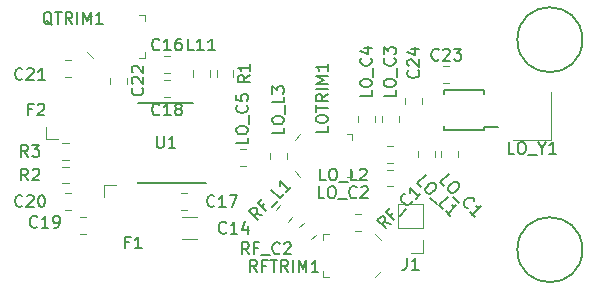
<source format=gbr>
G04 #@! TF.GenerationSoftware,KiCad,Pcbnew,(5.0.2-5)-5*
G04 #@! TF.CreationDate,2019-11-21T15:56:31-05:00*
G04 #@! TF.ProjectId,NEMA0183,4e454d41-3031-4383-932e-6b696361645f,rev?*
G04 #@! TF.SameCoordinates,Original*
G04 #@! TF.FileFunction,Legend,Top*
G04 #@! TF.FilePolarity,Positive*
%FSLAX46Y46*%
G04 Gerber Fmt 4.6, Leading zero omitted, Abs format (unit mm)*
G04 Created by KiCad (PCBNEW (5.0.2-5)-5) date Thursday, November 21, 2019 at 03:56:31 PM*
%MOMM*%
%LPD*%
G01*
G04 APERTURE LIST*
%ADD10C,0.150000*%
%ADD11C,0.120000*%
G04 APERTURE END LIST*
D10*
X101010000Y-50320000D02*
G75*
G03X101010000Y-50320000I-2750000J0D01*
G01*
X101010000Y-32540000D02*
G75*
G03X101010000Y-32540000I-2750000J0D01*
G01*
D11*
G04 #@! TO.C,R3*
X57511252Y-41290000D02*
X56988748Y-41290000D01*
X57511252Y-42710000D02*
X56988748Y-42710000D01*
G04 #@! TO.C,R2*
X57511252Y-43290000D02*
X56988748Y-43290000D01*
X57511252Y-44710000D02*
X56988748Y-44710000D01*
G04 #@! TO.C,R1*
X70040000Y-35138748D02*
X70040000Y-35661252D01*
X71460000Y-35138748D02*
X71460000Y-35661252D01*
G04 #@! TO.C,F2*
X55600000Y-40950000D02*
X55600000Y-39950000D01*
X56600000Y-40950000D02*
X55600000Y-40950000D01*
D10*
G04 #@! TO.C,U1*
X63425000Y-44700000D02*
X63425000Y-44600000D01*
X63425000Y-37875000D02*
X63425000Y-37900000D01*
X68075000Y-37875000D02*
X68075000Y-37900000D01*
X69150000Y-44699999D02*
X63425000Y-44700000D01*
X68075000Y-37875000D02*
X63425000Y-37875000D01*
D11*
G04 #@! TO.C,F1*
X60550000Y-45850000D02*
X60550000Y-44850000D01*
X60550000Y-44850000D02*
X61550000Y-44850000D01*
D10*
G04 #@! TO.C,LO_U1*
X92675000Y-40175000D02*
X92675000Y-39950000D01*
X89325000Y-40175000D02*
X89325000Y-39875000D01*
X89325000Y-36825000D02*
X89325000Y-37125000D01*
X92675000Y-36825000D02*
X92675000Y-37125000D01*
X92675000Y-40175000D02*
X89325000Y-40175000D01*
X92675000Y-36825000D02*
X89325000Y-36825000D01*
X92675000Y-39950000D02*
X93900000Y-39950000D01*
D11*
G04 #@! TO.C,LOTRIM1*
X76650000Y-41050000D02*
X77150000Y-40550000D01*
X76650000Y-43650000D02*
X77150000Y-44150000D01*
X81550000Y-40550000D02*
X81050000Y-40550000D01*
X81550000Y-40550000D02*
X81550000Y-41050000D01*
X81550000Y-44150000D02*
X81050000Y-44150000D01*
X81550000Y-44150000D02*
X81550000Y-43650000D01*
G04 #@! TO.C,QTRIM1*
X63950000Y-34050000D02*
X63950000Y-33550000D01*
X63950000Y-34050000D02*
X63450000Y-34050000D01*
X63950000Y-30450000D02*
X63950000Y-30950000D01*
X63950000Y-30450000D02*
X63450000Y-30450000D01*
X59050000Y-33550000D02*
X59550000Y-34050000D01*
X59050000Y-30950000D02*
X59550000Y-30450000D01*
G04 #@! TO.C,RFTRIM1*
X83950000Y-52100000D02*
X83450000Y-52600000D01*
X83950000Y-49500000D02*
X83450000Y-49000000D01*
X79050000Y-52600000D02*
X79550000Y-52600000D01*
X79050000Y-52600000D02*
X79050000Y-52100000D01*
X79050000Y-49000000D02*
X79550000Y-49000000D01*
X79050000Y-49000000D02*
X79050000Y-49500000D01*
G04 #@! TO.C,C16*
X66108578Y-35360000D02*
X65591422Y-35360000D01*
X66108578Y-33940000D02*
X65591422Y-33940000D01*
G04 #@! TO.C,C17*
X66991422Y-45540000D02*
X67508578Y-45540000D01*
X66991422Y-46960000D02*
X67508578Y-46960000D01*
G04 #@! TO.C,C18*
X65591422Y-35940000D02*
X66108578Y-35940000D01*
X65591422Y-37360000D02*
X66108578Y-37360000D01*
G04 #@! TO.C,C19*
X58491422Y-47540000D02*
X59008578Y-47540000D01*
X58491422Y-48960000D02*
X59008578Y-48960000D01*
G04 #@! TO.C,C20*
X57241422Y-46960000D02*
X57758578Y-46960000D01*
X57241422Y-45540000D02*
X57758578Y-45540000D01*
G04 #@! TO.C,C21*
X57241422Y-35710000D02*
X57758578Y-35710000D01*
X57241422Y-34290000D02*
X57758578Y-34290000D01*
G04 #@! TO.C,C22*
X61040000Y-35741422D02*
X61040000Y-36258578D01*
X62460000Y-35741422D02*
X62460000Y-36258578D01*
G04 #@! TO.C,C23*
X89758578Y-36210000D02*
X89241422Y-36210000D01*
X89758578Y-34790000D02*
X89241422Y-34790000D01*
G04 #@! TO.C,C24*
X86040000Y-38008578D02*
X86040000Y-37491422D01*
X87460000Y-38008578D02*
X87460000Y-37491422D01*
G04 #@! TO.C,L11*
X69460000Y-35141422D02*
X69460000Y-35658578D01*
X68040000Y-35141422D02*
X68040000Y-35658578D01*
G04 #@! TO.C,LO_C1*
X89040000Y-41991422D02*
X89040000Y-42508578D01*
X90460000Y-41991422D02*
X90460000Y-42508578D01*
G04 #@! TO.C,LO_C2*
X85008578Y-44960000D02*
X84491422Y-44960000D01*
X85008578Y-43540000D02*
X84491422Y-43540000D01*
G04 #@! TO.C,LO_C3*
X85460000Y-39508578D02*
X85460000Y-38991422D01*
X84040000Y-39508578D02*
X84040000Y-38991422D01*
G04 #@! TO.C,LO_C4*
X83460000Y-39508578D02*
X83460000Y-38991422D01*
X82040000Y-39508578D02*
X82040000Y-38991422D01*
G04 #@! TO.C,LO_C5*
X72508578Y-41790000D02*
X71991422Y-41790000D01*
X72508578Y-43210000D02*
X71991422Y-43210000D01*
G04 #@! TO.C,LO_L1*
X87140000Y-41991422D02*
X87140000Y-42508578D01*
X88560000Y-41991422D02*
X88560000Y-42508578D01*
G04 #@! TO.C,LO_L2*
X85008578Y-42960000D02*
X84491422Y-42960000D01*
X85008578Y-41540000D02*
X84491422Y-41540000D01*
G04 #@! TO.C,LO_L3*
X76010000Y-42091422D02*
X76010000Y-42608578D01*
X74590000Y-42091422D02*
X74590000Y-42608578D01*
G04 #@! TO.C,LO_Y1*
X95100000Y-41000000D02*
X98400000Y-41000000D01*
X98400000Y-41000000D02*
X98400000Y-37000000D01*
G04 #@! TO.C,RF_C1*
X82258578Y-48710000D02*
X81741422Y-48710000D01*
X82258578Y-47290000D02*
X81741422Y-47290000D01*
G04 #@! TO.C,RF_C2*
X77430796Y-48065112D02*
X77065112Y-48430796D01*
X78434888Y-49069204D02*
X78069204Y-49434888D01*
G04 #@! TO.C,RF_L1*
X76069204Y-47934888D02*
X76434888Y-47569204D01*
X75065112Y-46930796D02*
X75430796Y-46565112D01*
G04 #@! TO.C,C14*
X67147936Y-47590000D02*
X68352064Y-47590000D01*
X67147936Y-49410000D02*
X68352064Y-49410000D01*
G04 #@! TO.C,J1*
X87560000Y-46440000D02*
X85440000Y-46440000D01*
X87560000Y-48500000D02*
X87560000Y-46440000D01*
X85440000Y-48500000D02*
X85440000Y-46440000D01*
X87560000Y-48500000D02*
X85440000Y-48500000D01*
X87560000Y-49500000D02*
X87560000Y-50560000D01*
X87560000Y-50560000D02*
X86500000Y-50560000D01*
G04 #@! TO.C,R3*
D10*
X54083333Y-42452380D02*
X53750000Y-41976190D01*
X53511904Y-42452380D02*
X53511904Y-41452380D01*
X53892857Y-41452380D01*
X53988095Y-41500000D01*
X54035714Y-41547619D01*
X54083333Y-41642857D01*
X54083333Y-41785714D01*
X54035714Y-41880952D01*
X53988095Y-41928571D01*
X53892857Y-41976190D01*
X53511904Y-41976190D01*
X54416666Y-41452380D02*
X55035714Y-41452380D01*
X54702380Y-41833333D01*
X54845238Y-41833333D01*
X54940476Y-41880952D01*
X54988095Y-41928571D01*
X55035714Y-42023809D01*
X55035714Y-42261904D01*
X54988095Y-42357142D01*
X54940476Y-42404761D01*
X54845238Y-42452380D01*
X54559523Y-42452380D01*
X54464285Y-42404761D01*
X54416666Y-42357142D01*
G04 #@! TO.C,R2*
X54083333Y-44452380D02*
X53750000Y-43976190D01*
X53511904Y-44452380D02*
X53511904Y-43452380D01*
X53892857Y-43452380D01*
X53988095Y-43500000D01*
X54035714Y-43547619D01*
X54083333Y-43642857D01*
X54083333Y-43785714D01*
X54035714Y-43880952D01*
X53988095Y-43928571D01*
X53892857Y-43976190D01*
X53511904Y-43976190D01*
X54464285Y-43547619D02*
X54511904Y-43500000D01*
X54607142Y-43452380D01*
X54845238Y-43452380D01*
X54940476Y-43500000D01*
X54988095Y-43547619D01*
X55035714Y-43642857D01*
X55035714Y-43738095D01*
X54988095Y-43880952D01*
X54416666Y-44452380D01*
X55035714Y-44452380D01*
G04 #@! TO.C,R1*
X72852380Y-35566666D02*
X72376190Y-35900000D01*
X72852380Y-36138095D02*
X71852380Y-36138095D01*
X71852380Y-35757142D01*
X71900000Y-35661904D01*
X71947619Y-35614285D01*
X72042857Y-35566666D01*
X72185714Y-35566666D01*
X72280952Y-35614285D01*
X72328571Y-35661904D01*
X72376190Y-35757142D01*
X72376190Y-36138095D01*
X72852380Y-34614285D02*
X72852380Y-35185714D01*
X72852380Y-34900000D02*
X71852380Y-34900000D01*
X71995238Y-34995238D01*
X72090476Y-35090476D01*
X72138095Y-35185714D01*
G04 #@! TO.C,F2*
X54416666Y-38428571D02*
X54083333Y-38428571D01*
X54083333Y-38952380D02*
X54083333Y-37952380D01*
X54559523Y-37952380D01*
X54892857Y-38047619D02*
X54940476Y-38000000D01*
X55035714Y-37952380D01*
X55273809Y-37952380D01*
X55369047Y-38000000D01*
X55416666Y-38047619D01*
X55464285Y-38142857D01*
X55464285Y-38238095D01*
X55416666Y-38380952D01*
X54845238Y-38952380D01*
X55464285Y-38952380D01*
G04 #@! TO.C,U1*
X64988095Y-40702380D02*
X64988095Y-41511904D01*
X65035714Y-41607142D01*
X65083333Y-41654761D01*
X65178571Y-41702380D01*
X65369047Y-41702380D01*
X65464285Y-41654761D01*
X65511904Y-41607142D01*
X65559523Y-41511904D01*
X65559523Y-40702380D01*
X66559523Y-41702380D02*
X65988095Y-41702380D01*
X66273809Y-41702380D02*
X66273809Y-40702380D01*
X66178571Y-40845238D01*
X66083333Y-40940476D01*
X65988095Y-40988095D01*
G04 #@! TO.C,F1*
X62666666Y-49678571D02*
X62333333Y-49678571D01*
X62333333Y-50202380D02*
X62333333Y-49202380D01*
X62809523Y-49202380D01*
X63714285Y-50202380D02*
X63142857Y-50202380D01*
X63428571Y-50202380D02*
X63428571Y-49202380D01*
X63333333Y-49345238D01*
X63238095Y-49440476D01*
X63142857Y-49488095D01*
G04 #@! TO.C,LOTRIM1*
X79452380Y-39880952D02*
X79452380Y-40357142D01*
X78452380Y-40357142D01*
X78452380Y-39357142D02*
X78452380Y-39166666D01*
X78500000Y-39071428D01*
X78595238Y-38976190D01*
X78785714Y-38928571D01*
X79119047Y-38928571D01*
X79309523Y-38976190D01*
X79404761Y-39071428D01*
X79452380Y-39166666D01*
X79452380Y-39357142D01*
X79404761Y-39452380D01*
X79309523Y-39547619D01*
X79119047Y-39595238D01*
X78785714Y-39595238D01*
X78595238Y-39547619D01*
X78500000Y-39452380D01*
X78452380Y-39357142D01*
X78452380Y-38642857D02*
X78452380Y-38071428D01*
X79452380Y-38357142D02*
X78452380Y-38357142D01*
X79452380Y-37166666D02*
X78976190Y-37500000D01*
X79452380Y-37738095D02*
X78452380Y-37738095D01*
X78452380Y-37357142D01*
X78500000Y-37261904D01*
X78547619Y-37214285D01*
X78642857Y-37166666D01*
X78785714Y-37166666D01*
X78880952Y-37214285D01*
X78928571Y-37261904D01*
X78976190Y-37357142D01*
X78976190Y-37738095D01*
X79452380Y-36738095D02*
X78452380Y-36738095D01*
X79452380Y-36261904D02*
X78452380Y-36261904D01*
X79166666Y-35928571D01*
X78452380Y-35595238D01*
X79452380Y-35595238D01*
X79452380Y-34595238D02*
X79452380Y-35166666D01*
X79452380Y-34880952D02*
X78452380Y-34880952D01*
X78595238Y-34976190D01*
X78690476Y-35071428D01*
X78738095Y-35166666D01*
G04 #@! TO.C,QTRIM1*
X56114285Y-31297619D02*
X56019047Y-31250000D01*
X55923809Y-31154761D01*
X55780952Y-31011904D01*
X55685714Y-30964285D01*
X55590476Y-30964285D01*
X55638095Y-31202380D02*
X55542857Y-31154761D01*
X55447619Y-31059523D01*
X55400000Y-30869047D01*
X55400000Y-30535714D01*
X55447619Y-30345238D01*
X55542857Y-30250000D01*
X55638095Y-30202380D01*
X55828571Y-30202380D01*
X55923809Y-30250000D01*
X56019047Y-30345238D01*
X56066666Y-30535714D01*
X56066666Y-30869047D01*
X56019047Y-31059523D01*
X55923809Y-31154761D01*
X55828571Y-31202380D01*
X55638095Y-31202380D01*
X56352380Y-30202380D02*
X56923809Y-30202380D01*
X56638095Y-31202380D02*
X56638095Y-30202380D01*
X57828571Y-31202380D02*
X57495238Y-30726190D01*
X57257142Y-31202380D02*
X57257142Y-30202380D01*
X57638095Y-30202380D01*
X57733333Y-30250000D01*
X57780952Y-30297619D01*
X57828571Y-30392857D01*
X57828571Y-30535714D01*
X57780952Y-30630952D01*
X57733333Y-30678571D01*
X57638095Y-30726190D01*
X57257142Y-30726190D01*
X58257142Y-31202380D02*
X58257142Y-30202380D01*
X58733333Y-31202380D02*
X58733333Y-30202380D01*
X59066666Y-30916666D01*
X59400000Y-30202380D01*
X59400000Y-31202380D01*
X60400000Y-31202380D02*
X59828571Y-31202380D01*
X60114285Y-31202380D02*
X60114285Y-30202380D01*
X60019047Y-30345238D01*
X59923809Y-30440476D01*
X59828571Y-30488095D01*
G04 #@! TO.C,RFTRIM1*
X73464285Y-52202380D02*
X73130952Y-51726190D01*
X72892857Y-52202380D02*
X72892857Y-51202380D01*
X73273809Y-51202380D01*
X73369047Y-51250000D01*
X73416666Y-51297619D01*
X73464285Y-51392857D01*
X73464285Y-51535714D01*
X73416666Y-51630952D01*
X73369047Y-51678571D01*
X73273809Y-51726190D01*
X72892857Y-51726190D01*
X74226190Y-51678571D02*
X73892857Y-51678571D01*
X73892857Y-52202380D02*
X73892857Y-51202380D01*
X74369047Y-51202380D01*
X74607142Y-51202380D02*
X75178571Y-51202380D01*
X74892857Y-52202380D02*
X74892857Y-51202380D01*
X76083333Y-52202380D02*
X75750000Y-51726190D01*
X75511904Y-52202380D02*
X75511904Y-51202380D01*
X75892857Y-51202380D01*
X75988095Y-51250000D01*
X76035714Y-51297619D01*
X76083333Y-51392857D01*
X76083333Y-51535714D01*
X76035714Y-51630952D01*
X75988095Y-51678571D01*
X75892857Y-51726190D01*
X75511904Y-51726190D01*
X76511904Y-52202380D02*
X76511904Y-51202380D01*
X76988095Y-52202380D02*
X76988095Y-51202380D01*
X77321428Y-51916666D01*
X77654761Y-51202380D01*
X77654761Y-52202380D01*
X78654761Y-52202380D02*
X78083333Y-52202380D01*
X78369047Y-52202380D02*
X78369047Y-51202380D01*
X78273809Y-51345238D01*
X78178571Y-51440476D01*
X78083333Y-51488095D01*
G04 #@! TO.C,C16*
X65207142Y-33357142D02*
X65159523Y-33404761D01*
X65016666Y-33452380D01*
X64921428Y-33452380D01*
X64778571Y-33404761D01*
X64683333Y-33309523D01*
X64635714Y-33214285D01*
X64588095Y-33023809D01*
X64588095Y-32880952D01*
X64635714Y-32690476D01*
X64683333Y-32595238D01*
X64778571Y-32500000D01*
X64921428Y-32452380D01*
X65016666Y-32452380D01*
X65159523Y-32500000D01*
X65207142Y-32547619D01*
X66159523Y-33452380D02*
X65588095Y-33452380D01*
X65873809Y-33452380D02*
X65873809Y-32452380D01*
X65778571Y-32595238D01*
X65683333Y-32690476D01*
X65588095Y-32738095D01*
X67016666Y-32452380D02*
X66826190Y-32452380D01*
X66730952Y-32500000D01*
X66683333Y-32547619D01*
X66588095Y-32690476D01*
X66540476Y-32880952D01*
X66540476Y-33261904D01*
X66588095Y-33357142D01*
X66635714Y-33404761D01*
X66730952Y-33452380D01*
X66921428Y-33452380D01*
X67016666Y-33404761D01*
X67064285Y-33357142D01*
X67111904Y-33261904D01*
X67111904Y-33023809D01*
X67064285Y-32928571D01*
X67016666Y-32880952D01*
X66921428Y-32833333D01*
X66730952Y-32833333D01*
X66635714Y-32880952D01*
X66588095Y-32928571D01*
X66540476Y-33023809D01*
G04 #@! TO.C,C17*
X69857142Y-46607142D02*
X69809523Y-46654761D01*
X69666666Y-46702380D01*
X69571428Y-46702380D01*
X69428571Y-46654761D01*
X69333333Y-46559523D01*
X69285714Y-46464285D01*
X69238095Y-46273809D01*
X69238095Y-46130952D01*
X69285714Y-45940476D01*
X69333333Y-45845238D01*
X69428571Y-45750000D01*
X69571428Y-45702380D01*
X69666666Y-45702380D01*
X69809523Y-45750000D01*
X69857142Y-45797619D01*
X70809523Y-46702380D02*
X70238095Y-46702380D01*
X70523809Y-46702380D02*
X70523809Y-45702380D01*
X70428571Y-45845238D01*
X70333333Y-45940476D01*
X70238095Y-45988095D01*
X71142857Y-45702380D02*
X71809523Y-45702380D01*
X71380952Y-46702380D01*
G04 #@! TO.C,C18*
X65207142Y-38857142D02*
X65159523Y-38904761D01*
X65016666Y-38952380D01*
X64921428Y-38952380D01*
X64778571Y-38904761D01*
X64683333Y-38809523D01*
X64635714Y-38714285D01*
X64588095Y-38523809D01*
X64588095Y-38380952D01*
X64635714Y-38190476D01*
X64683333Y-38095238D01*
X64778571Y-38000000D01*
X64921428Y-37952380D01*
X65016666Y-37952380D01*
X65159523Y-38000000D01*
X65207142Y-38047619D01*
X66159523Y-38952380D02*
X65588095Y-38952380D01*
X65873809Y-38952380D02*
X65873809Y-37952380D01*
X65778571Y-38095238D01*
X65683333Y-38190476D01*
X65588095Y-38238095D01*
X66730952Y-38380952D02*
X66635714Y-38333333D01*
X66588095Y-38285714D01*
X66540476Y-38190476D01*
X66540476Y-38142857D01*
X66588095Y-38047619D01*
X66635714Y-38000000D01*
X66730952Y-37952380D01*
X66921428Y-37952380D01*
X67016666Y-38000000D01*
X67064285Y-38047619D01*
X67111904Y-38142857D01*
X67111904Y-38190476D01*
X67064285Y-38285714D01*
X67016666Y-38333333D01*
X66921428Y-38380952D01*
X66730952Y-38380952D01*
X66635714Y-38428571D01*
X66588095Y-38476190D01*
X66540476Y-38571428D01*
X66540476Y-38761904D01*
X66588095Y-38857142D01*
X66635714Y-38904761D01*
X66730952Y-38952380D01*
X66921428Y-38952380D01*
X67016666Y-38904761D01*
X67064285Y-38857142D01*
X67111904Y-38761904D01*
X67111904Y-38571428D01*
X67064285Y-38476190D01*
X67016666Y-38428571D01*
X66921428Y-38380952D01*
G04 #@! TO.C,C19*
X54857142Y-48357142D02*
X54809523Y-48404761D01*
X54666666Y-48452380D01*
X54571428Y-48452380D01*
X54428571Y-48404761D01*
X54333333Y-48309523D01*
X54285714Y-48214285D01*
X54238095Y-48023809D01*
X54238095Y-47880952D01*
X54285714Y-47690476D01*
X54333333Y-47595238D01*
X54428571Y-47500000D01*
X54571428Y-47452380D01*
X54666666Y-47452380D01*
X54809523Y-47500000D01*
X54857142Y-47547619D01*
X55809523Y-48452380D02*
X55238095Y-48452380D01*
X55523809Y-48452380D02*
X55523809Y-47452380D01*
X55428571Y-47595238D01*
X55333333Y-47690476D01*
X55238095Y-47738095D01*
X56285714Y-48452380D02*
X56476190Y-48452380D01*
X56571428Y-48404761D01*
X56619047Y-48357142D01*
X56714285Y-48214285D01*
X56761904Y-48023809D01*
X56761904Y-47642857D01*
X56714285Y-47547619D01*
X56666666Y-47500000D01*
X56571428Y-47452380D01*
X56380952Y-47452380D01*
X56285714Y-47500000D01*
X56238095Y-47547619D01*
X56190476Y-47642857D01*
X56190476Y-47880952D01*
X56238095Y-47976190D01*
X56285714Y-48023809D01*
X56380952Y-48071428D01*
X56571428Y-48071428D01*
X56666666Y-48023809D01*
X56714285Y-47976190D01*
X56761904Y-47880952D01*
G04 #@! TO.C,C20*
X53607142Y-46607142D02*
X53559523Y-46654761D01*
X53416666Y-46702380D01*
X53321428Y-46702380D01*
X53178571Y-46654761D01*
X53083333Y-46559523D01*
X53035714Y-46464285D01*
X52988095Y-46273809D01*
X52988095Y-46130952D01*
X53035714Y-45940476D01*
X53083333Y-45845238D01*
X53178571Y-45750000D01*
X53321428Y-45702380D01*
X53416666Y-45702380D01*
X53559523Y-45750000D01*
X53607142Y-45797619D01*
X53988095Y-45797619D02*
X54035714Y-45750000D01*
X54130952Y-45702380D01*
X54369047Y-45702380D01*
X54464285Y-45750000D01*
X54511904Y-45797619D01*
X54559523Y-45892857D01*
X54559523Y-45988095D01*
X54511904Y-46130952D01*
X53940476Y-46702380D01*
X54559523Y-46702380D01*
X55178571Y-45702380D02*
X55273809Y-45702380D01*
X55369047Y-45750000D01*
X55416666Y-45797619D01*
X55464285Y-45892857D01*
X55511904Y-46083333D01*
X55511904Y-46321428D01*
X55464285Y-46511904D01*
X55416666Y-46607142D01*
X55369047Y-46654761D01*
X55273809Y-46702380D01*
X55178571Y-46702380D01*
X55083333Y-46654761D01*
X55035714Y-46607142D01*
X54988095Y-46511904D01*
X54940476Y-46321428D01*
X54940476Y-46083333D01*
X54988095Y-45892857D01*
X55035714Y-45797619D01*
X55083333Y-45750000D01*
X55178571Y-45702380D01*
G04 #@! TO.C,C21*
X53607142Y-35857142D02*
X53559523Y-35904761D01*
X53416666Y-35952380D01*
X53321428Y-35952380D01*
X53178571Y-35904761D01*
X53083333Y-35809523D01*
X53035714Y-35714285D01*
X52988095Y-35523809D01*
X52988095Y-35380952D01*
X53035714Y-35190476D01*
X53083333Y-35095238D01*
X53178571Y-35000000D01*
X53321428Y-34952380D01*
X53416666Y-34952380D01*
X53559523Y-35000000D01*
X53607142Y-35047619D01*
X53988095Y-35047619D02*
X54035714Y-35000000D01*
X54130952Y-34952380D01*
X54369047Y-34952380D01*
X54464285Y-35000000D01*
X54511904Y-35047619D01*
X54559523Y-35142857D01*
X54559523Y-35238095D01*
X54511904Y-35380952D01*
X53940476Y-35952380D01*
X54559523Y-35952380D01*
X55511904Y-35952380D02*
X54940476Y-35952380D01*
X55226190Y-35952380D02*
X55226190Y-34952380D01*
X55130952Y-35095238D01*
X55035714Y-35190476D01*
X54940476Y-35238095D01*
G04 #@! TO.C,C22*
X63757142Y-36642857D02*
X63804761Y-36690476D01*
X63852380Y-36833333D01*
X63852380Y-36928571D01*
X63804761Y-37071428D01*
X63709523Y-37166666D01*
X63614285Y-37214285D01*
X63423809Y-37261904D01*
X63280952Y-37261904D01*
X63090476Y-37214285D01*
X62995238Y-37166666D01*
X62900000Y-37071428D01*
X62852380Y-36928571D01*
X62852380Y-36833333D01*
X62900000Y-36690476D01*
X62947619Y-36642857D01*
X62947619Y-36261904D02*
X62900000Y-36214285D01*
X62852380Y-36119047D01*
X62852380Y-35880952D01*
X62900000Y-35785714D01*
X62947619Y-35738095D01*
X63042857Y-35690476D01*
X63138095Y-35690476D01*
X63280952Y-35738095D01*
X63852380Y-36309523D01*
X63852380Y-35690476D01*
X62947619Y-35309523D02*
X62900000Y-35261904D01*
X62852380Y-35166666D01*
X62852380Y-34928571D01*
X62900000Y-34833333D01*
X62947619Y-34785714D01*
X63042857Y-34738095D01*
X63138095Y-34738095D01*
X63280952Y-34785714D01*
X63852380Y-35357142D01*
X63852380Y-34738095D01*
G04 #@! TO.C,C23*
X88857142Y-34207142D02*
X88809523Y-34254761D01*
X88666666Y-34302380D01*
X88571428Y-34302380D01*
X88428571Y-34254761D01*
X88333333Y-34159523D01*
X88285714Y-34064285D01*
X88238095Y-33873809D01*
X88238095Y-33730952D01*
X88285714Y-33540476D01*
X88333333Y-33445238D01*
X88428571Y-33350000D01*
X88571428Y-33302380D01*
X88666666Y-33302380D01*
X88809523Y-33350000D01*
X88857142Y-33397619D01*
X89238095Y-33397619D02*
X89285714Y-33350000D01*
X89380952Y-33302380D01*
X89619047Y-33302380D01*
X89714285Y-33350000D01*
X89761904Y-33397619D01*
X89809523Y-33492857D01*
X89809523Y-33588095D01*
X89761904Y-33730952D01*
X89190476Y-34302380D01*
X89809523Y-34302380D01*
X90142857Y-33302380D02*
X90761904Y-33302380D01*
X90428571Y-33683333D01*
X90571428Y-33683333D01*
X90666666Y-33730952D01*
X90714285Y-33778571D01*
X90761904Y-33873809D01*
X90761904Y-34111904D01*
X90714285Y-34207142D01*
X90666666Y-34254761D01*
X90571428Y-34302380D01*
X90285714Y-34302380D01*
X90190476Y-34254761D01*
X90142857Y-34207142D01*
G04 #@! TO.C,C24*
X87107142Y-35142857D02*
X87154761Y-35190476D01*
X87202380Y-35333333D01*
X87202380Y-35428571D01*
X87154761Y-35571428D01*
X87059523Y-35666666D01*
X86964285Y-35714285D01*
X86773809Y-35761904D01*
X86630952Y-35761904D01*
X86440476Y-35714285D01*
X86345238Y-35666666D01*
X86250000Y-35571428D01*
X86202380Y-35428571D01*
X86202380Y-35333333D01*
X86250000Y-35190476D01*
X86297619Y-35142857D01*
X86297619Y-34761904D02*
X86250000Y-34714285D01*
X86202380Y-34619047D01*
X86202380Y-34380952D01*
X86250000Y-34285714D01*
X86297619Y-34238095D01*
X86392857Y-34190476D01*
X86488095Y-34190476D01*
X86630952Y-34238095D01*
X87202380Y-34809523D01*
X87202380Y-34190476D01*
X86535714Y-33333333D02*
X87202380Y-33333333D01*
X86154761Y-33571428D02*
X86869047Y-33809523D01*
X86869047Y-33190476D01*
G04 #@! TO.C,L11*
X68107142Y-33452380D02*
X67630952Y-33452380D01*
X67630952Y-32452380D01*
X68964285Y-33452380D02*
X68392857Y-33452380D01*
X68678571Y-33452380D02*
X68678571Y-32452380D01*
X68583333Y-32595238D01*
X68488095Y-32690476D01*
X68392857Y-32738095D01*
X69916666Y-33452380D02*
X69345238Y-33452380D01*
X69630952Y-33452380D02*
X69630952Y-32452380D01*
X69535714Y-32595238D01*
X69440476Y-32690476D01*
X69345238Y-32738095D01*
G04 #@! TO.C,LO_C1*
X89318950Y-44958713D02*
X88982233Y-44621996D01*
X89689339Y-43914889D01*
X90396446Y-44621996D02*
X90531133Y-44756683D01*
X90564805Y-44857698D01*
X90564805Y-44992385D01*
X90463790Y-45160744D01*
X90228087Y-45396446D01*
X90059729Y-45497461D01*
X89925042Y-45497461D01*
X89824026Y-45463790D01*
X89689339Y-45329103D01*
X89655668Y-45228087D01*
X89655668Y-45093400D01*
X89756683Y-44925042D01*
X89992385Y-44689339D01*
X90160744Y-44588324D01*
X90295431Y-44588324D01*
X90396446Y-44621996D01*
X90059729Y-45834179D02*
X90598477Y-46372927D01*
X91305583Y-46810660D02*
X91238240Y-46810660D01*
X91103553Y-46743316D01*
X91036209Y-46675973D01*
X90968866Y-46541286D01*
X90968866Y-46406599D01*
X91002538Y-46305583D01*
X91103553Y-46137225D01*
X91204568Y-46036209D01*
X91372927Y-45935194D01*
X91473942Y-45901522D01*
X91608629Y-45901522D01*
X91743316Y-45968866D01*
X91810660Y-46036209D01*
X91878003Y-46170896D01*
X91878003Y-46238240D01*
X91911675Y-47551438D02*
X91507614Y-47147377D01*
X91709644Y-47349408D02*
X92416751Y-46642301D01*
X92248392Y-46675973D01*
X92113705Y-46675973D01*
X92012690Y-46642301D01*
G04 #@! TO.C,LO_C2*
X79178571Y-45952380D02*
X78702380Y-45952380D01*
X78702380Y-44952380D01*
X79702380Y-44952380D02*
X79892857Y-44952380D01*
X79988095Y-45000000D01*
X80083333Y-45095238D01*
X80130952Y-45285714D01*
X80130952Y-45619047D01*
X80083333Y-45809523D01*
X79988095Y-45904761D01*
X79892857Y-45952380D01*
X79702380Y-45952380D01*
X79607142Y-45904761D01*
X79511904Y-45809523D01*
X79464285Y-45619047D01*
X79464285Y-45285714D01*
X79511904Y-45095238D01*
X79607142Y-45000000D01*
X79702380Y-44952380D01*
X80321428Y-46047619D02*
X81083333Y-46047619D01*
X81892857Y-45857142D02*
X81845238Y-45904761D01*
X81702380Y-45952380D01*
X81607142Y-45952380D01*
X81464285Y-45904761D01*
X81369047Y-45809523D01*
X81321428Y-45714285D01*
X81273809Y-45523809D01*
X81273809Y-45380952D01*
X81321428Y-45190476D01*
X81369047Y-45095238D01*
X81464285Y-45000000D01*
X81607142Y-44952380D01*
X81702380Y-44952380D01*
X81845238Y-45000000D01*
X81892857Y-45047619D01*
X82273809Y-45047619D02*
X82321428Y-45000000D01*
X82416666Y-44952380D01*
X82654761Y-44952380D01*
X82750000Y-45000000D01*
X82797619Y-45047619D01*
X82845238Y-45142857D01*
X82845238Y-45238095D01*
X82797619Y-45380952D01*
X82226190Y-45952380D01*
X82845238Y-45952380D01*
G04 #@! TO.C,LO_C3*
X85202380Y-36821428D02*
X85202380Y-37297619D01*
X84202380Y-37297619D01*
X84202380Y-36297619D02*
X84202380Y-36107142D01*
X84250000Y-36011904D01*
X84345238Y-35916666D01*
X84535714Y-35869047D01*
X84869047Y-35869047D01*
X85059523Y-35916666D01*
X85154761Y-36011904D01*
X85202380Y-36107142D01*
X85202380Y-36297619D01*
X85154761Y-36392857D01*
X85059523Y-36488095D01*
X84869047Y-36535714D01*
X84535714Y-36535714D01*
X84345238Y-36488095D01*
X84250000Y-36392857D01*
X84202380Y-36297619D01*
X85297619Y-35678571D02*
X85297619Y-34916666D01*
X85107142Y-34107142D02*
X85154761Y-34154761D01*
X85202380Y-34297619D01*
X85202380Y-34392857D01*
X85154761Y-34535714D01*
X85059523Y-34630952D01*
X84964285Y-34678571D01*
X84773809Y-34726190D01*
X84630952Y-34726190D01*
X84440476Y-34678571D01*
X84345238Y-34630952D01*
X84250000Y-34535714D01*
X84202380Y-34392857D01*
X84202380Y-34297619D01*
X84250000Y-34154761D01*
X84297619Y-34107142D01*
X84202380Y-33773809D02*
X84202380Y-33154761D01*
X84583333Y-33488095D01*
X84583333Y-33345238D01*
X84630952Y-33250000D01*
X84678571Y-33202380D01*
X84773809Y-33154761D01*
X85011904Y-33154761D01*
X85107142Y-33202380D01*
X85154761Y-33250000D01*
X85202380Y-33345238D01*
X85202380Y-33630952D01*
X85154761Y-33726190D01*
X85107142Y-33773809D01*
G04 #@! TO.C,LO_C4*
X83202380Y-36821428D02*
X83202380Y-37297619D01*
X82202380Y-37297619D01*
X82202380Y-36297619D02*
X82202380Y-36107142D01*
X82250000Y-36011904D01*
X82345238Y-35916666D01*
X82535714Y-35869047D01*
X82869047Y-35869047D01*
X83059523Y-35916666D01*
X83154761Y-36011904D01*
X83202380Y-36107142D01*
X83202380Y-36297619D01*
X83154761Y-36392857D01*
X83059523Y-36488095D01*
X82869047Y-36535714D01*
X82535714Y-36535714D01*
X82345238Y-36488095D01*
X82250000Y-36392857D01*
X82202380Y-36297619D01*
X83297619Y-35678571D02*
X83297619Y-34916666D01*
X83107142Y-34107142D02*
X83154761Y-34154761D01*
X83202380Y-34297619D01*
X83202380Y-34392857D01*
X83154761Y-34535714D01*
X83059523Y-34630952D01*
X82964285Y-34678571D01*
X82773809Y-34726190D01*
X82630952Y-34726190D01*
X82440476Y-34678571D01*
X82345238Y-34630952D01*
X82250000Y-34535714D01*
X82202380Y-34392857D01*
X82202380Y-34297619D01*
X82250000Y-34154761D01*
X82297619Y-34107142D01*
X82535714Y-33250000D02*
X83202380Y-33250000D01*
X82154761Y-33488095D02*
X82869047Y-33726190D01*
X82869047Y-33107142D01*
G04 #@! TO.C,LO_C5*
X72702380Y-40821428D02*
X72702380Y-41297619D01*
X71702380Y-41297619D01*
X71702380Y-40297619D02*
X71702380Y-40107142D01*
X71750000Y-40011904D01*
X71845238Y-39916666D01*
X72035714Y-39869047D01*
X72369047Y-39869047D01*
X72559523Y-39916666D01*
X72654761Y-40011904D01*
X72702380Y-40107142D01*
X72702380Y-40297619D01*
X72654761Y-40392857D01*
X72559523Y-40488095D01*
X72369047Y-40535714D01*
X72035714Y-40535714D01*
X71845238Y-40488095D01*
X71750000Y-40392857D01*
X71702380Y-40297619D01*
X72797619Y-39678571D02*
X72797619Y-38916666D01*
X72607142Y-38107142D02*
X72654761Y-38154761D01*
X72702380Y-38297619D01*
X72702380Y-38392857D01*
X72654761Y-38535714D01*
X72559523Y-38630952D01*
X72464285Y-38678571D01*
X72273809Y-38726190D01*
X72130952Y-38726190D01*
X71940476Y-38678571D01*
X71845238Y-38630952D01*
X71750000Y-38535714D01*
X71702380Y-38392857D01*
X71702380Y-38297619D01*
X71750000Y-38154761D01*
X71797619Y-38107142D01*
X71702380Y-37202380D02*
X71702380Y-37678571D01*
X72178571Y-37726190D01*
X72130952Y-37678571D01*
X72083333Y-37583333D01*
X72083333Y-37345238D01*
X72130952Y-37250000D01*
X72178571Y-37202380D01*
X72273809Y-37154761D01*
X72511904Y-37154761D01*
X72607142Y-37202380D01*
X72654761Y-37250000D01*
X72702380Y-37345238D01*
X72702380Y-37583333D01*
X72654761Y-37678571D01*
X72607142Y-37726190D01*
G04 #@! TO.C,LO_L1*
X87386294Y-45026057D02*
X87049576Y-44689339D01*
X87756683Y-43982233D01*
X88463790Y-44689339D02*
X88598477Y-44824026D01*
X88632148Y-44925042D01*
X88632148Y-45059729D01*
X88531133Y-45228087D01*
X88295431Y-45463790D01*
X88127072Y-45564805D01*
X87992385Y-45564805D01*
X87891370Y-45531133D01*
X87756683Y-45396446D01*
X87723011Y-45295431D01*
X87723011Y-45160744D01*
X87824026Y-44992385D01*
X88059729Y-44756683D01*
X88228087Y-44655668D01*
X88362774Y-44655668D01*
X88463790Y-44689339D01*
X88127072Y-45901522D02*
X88665820Y-46440270D01*
X89238240Y-46878003D02*
X88901522Y-46541286D01*
X89608629Y-45834179D01*
X89844331Y-47484095D02*
X89440270Y-47080034D01*
X89642301Y-47282064D02*
X90349408Y-46574957D01*
X90181049Y-46608629D01*
X90046362Y-46608629D01*
X89945347Y-46574957D01*
G04 #@! TO.C,LO_L2*
X79273809Y-44452380D02*
X78797619Y-44452380D01*
X78797619Y-43452380D01*
X79797619Y-43452380D02*
X79988095Y-43452380D01*
X80083333Y-43500000D01*
X80178571Y-43595238D01*
X80226190Y-43785714D01*
X80226190Y-44119047D01*
X80178571Y-44309523D01*
X80083333Y-44404761D01*
X79988095Y-44452380D01*
X79797619Y-44452380D01*
X79702380Y-44404761D01*
X79607142Y-44309523D01*
X79559523Y-44119047D01*
X79559523Y-43785714D01*
X79607142Y-43595238D01*
X79702380Y-43500000D01*
X79797619Y-43452380D01*
X80416666Y-44547619D02*
X81178571Y-44547619D01*
X81892857Y-44452380D02*
X81416666Y-44452380D01*
X81416666Y-43452380D01*
X82178571Y-43547619D02*
X82226190Y-43500000D01*
X82321428Y-43452380D01*
X82559523Y-43452380D01*
X82654761Y-43500000D01*
X82702380Y-43547619D01*
X82750000Y-43642857D01*
X82750000Y-43738095D01*
X82702380Y-43880952D01*
X82130952Y-44452380D01*
X82750000Y-44452380D01*
G04 #@! TO.C,LO_L3*
X75752380Y-39976190D02*
X75752380Y-40452380D01*
X74752380Y-40452380D01*
X74752380Y-39452380D02*
X74752380Y-39261904D01*
X74800000Y-39166666D01*
X74895238Y-39071428D01*
X75085714Y-39023809D01*
X75419047Y-39023809D01*
X75609523Y-39071428D01*
X75704761Y-39166666D01*
X75752380Y-39261904D01*
X75752380Y-39452380D01*
X75704761Y-39547619D01*
X75609523Y-39642857D01*
X75419047Y-39690476D01*
X75085714Y-39690476D01*
X74895238Y-39642857D01*
X74800000Y-39547619D01*
X74752380Y-39452380D01*
X75847619Y-38833333D02*
X75847619Y-38071428D01*
X75752380Y-37357142D02*
X75752380Y-37833333D01*
X74752380Y-37833333D01*
X74752380Y-37119047D02*
X74752380Y-36500000D01*
X75133333Y-36833333D01*
X75133333Y-36690476D01*
X75180952Y-36595238D01*
X75228571Y-36547619D01*
X75323809Y-36500000D01*
X75561904Y-36500000D01*
X75657142Y-36547619D01*
X75704761Y-36595238D01*
X75752380Y-36690476D01*
X75752380Y-36976190D01*
X75704761Y-37071428D01*
X75657142Y-37119047D01*
G04 #@! TO.C,LO_Y1*
X95250000Y-42202380D02*
X94773809Y-42202380D01*
X94773809Y-41202380D01*
X95773809Y-41202380D02*
X95964285Y-41202380D01*
X96059523Y-41250000D01*
X96154761Y-41345238D01*
X96202380Y-41535714D01*
X96202380Y-41869047D01*
X96154761Y-42059523D01*
X96059523Y-42154761D01*
X95964285Y-42202380D01*
X95773809Y-42202380D01*
X95678571Y-42154761D01*
X95583333Y-42059523D01*
X95535714Y-41869047D01*
X95535714Y-41535714D01*
X95583333Y-41345238D01*
X95678571Y-41250000D01*
X95773809Y-41202380D01*
X96392857Y-42297619D02*
X97154761Y-42297619D01*
X97583333Y-41726190D02*
X97583333Y-42202380D01*
X97250000Y-41202380D02*
X97583333Y-41726190D01*
X97916666Y-41202380D01*
X98773809Y-42202380D02*
X98202380Y-42202380D01*
X98488095Y-42202380D02*
X98488095Y-41202380D01*
X98392857Y-41345238D01*
X98297619Y-41440476D01*
X98202380Y-41488095D01*
G04 #@! TO.C,RF_C1*
X84776057Y-48113705D02*
X84203637Y-48012690D01*
X84371996Y-48517766D02*
X83664889Y-47810660D01*
X83934263Y-47541286D01*
X84035278Y-47507614D01*
X84102622Y-47507614D01*
X84203637Y-47541286D01*
X84304652Y-47642301D01*
X84338324Y-47743316D01*
X84338324Y-47810660D01*
X84304652Y-47911675D01*
X84035278Y-48181049D01*
X84944416Y-47204568D02*
X84708713Y-47440270D01*
X85079103Y-47810660D02*
X84371996Y-47103553D01*
X84708713Y-46766835D01*
X85584179Y-47440270D02*
X86122927Y-46901522D01*
X86560660Y-46194416D02*
X86560660Y-46261759D01*
X86493316Y-46396446D01*
X86425973Y-46463790D01*
X86291286Y-46531133D01*
X86156599Y-46531133D01*
X86055583Y-46497461D01*
X85887225Y-46396446D01*
X85786209Y-46295431D01*
X85685194Y-46127072D01*
X85651522Y-46026057D01*
X85651522Y-45891370D01*
X85718866Y-45756683D01*
X85786209Y-45689339D01*
X85920896Y-45621996D01*
X85988240Y-45621996D01*
X87301438Y-45588324D02*
X86897377Y-45992385D01*
X87099408Y-45790355D02*
X86392301Y-45083248D01*
X86425973Y-45251607D01*
X86425973Y-45386294D01*
X86392301Y-45487309D01*
G04 #@! TO.C,RF_C2*
X72773809Y-50702380D02*
X72440476Y-50226190D01*
X72202380Y-50702380D02*
X72202380Y-49702380D01*
X72583333Y-49702380D01*
X72678571Y-49750000D01*
X72726190Y-49797619D01*
X72773809Y-49892857D01*
X72773809Y-50035714D01*
X72726190Y-50130952D01*
X72678571Y-50178571D01*
X72583333Y-50226190D01*
X72202380Y-50226190D01*
X73535714Y-50178571D02*
X73202380Y-50178571D01*
X73202380Y-50702380D02*
X73202380Y-49702380D01*
X73678571Y-49702380D01*
X73821428Y-50797619D02*
X74583333Y-50797619D01*
X75392857Y-50607142D02*
X75345238Y-50654761D01*
X75202380Y-50702380D01*
X75107142Y-50702380D01*
X74964285Y-50654761D01*
X74869047Y-50559523D01*
X74821428Y-50464285D01*
X74773809Y-50273809D01*
X74773809Y-50130952D01*
X74821428Y-49940476D01*
X74869047Y-49845238D01*
X74964285Y-49750000D01*
X75107142Y-49702380D01*
X75202380Y-49702380D01*
X75345238Y-49750000D01*
X75392857Y-49797619D01*
X75773809Y-49797619D02*
X75821428Y-49750000D01*
X75916666Y-49702380D01*
X76154761Y-49702380D01*
X76250000Y-49750000D01*
X76297619Y-49797619D01*
X76345238Y-49892857D01*
X76345238Y-49988095D01*
X76297619Y-50130952D01*
X75726190Y-50702380D01*
X76345238Y-50702380D01*
G04 #@! TO.C,RF_L1*
X73926674Y-47379636D02*
X73354255Y-47278621D01*
X73522613Y-47783697D02*
X72815507Y-47076590D01*
X73084881Y-46807216D01*
X73185896Y-46773544D01*
X73253239Y-46773544D01*
X73354255Y-46807216D01*
X73455270Y-46908231D01*
X73488942Y-47009247D01*
X73488942Y-47076590D01*
X73455270Y-47177605D01*
X73185896Y-47446979D01*
X74095033Y-46470499D02*
X73859331Y-46706201D01*
X74229720Y-47076590D02*
X73522613Y-46369483D01*
X73859331Y-46032766D01*
X74734796Y-46706201D02*
X75273544Y-46167453D01*
X75711277Y-45595033D02*
X75374560Y-45931751D01*
X74667453Y-45224644D01*
X76317369Y-44988942D02*
X75913308Y-45393003D01*
X76115338Y-45190972D02*
X75408231Y-44483865D01*
X75441903Y-44652224D01*
X75441903Y-44786911D01*
X75408231Y-44887926D01*
G04 #@! TO.C,C14*
X70857142Y-48857142D02*
X70809523Y-48904761D01*
X70666666Y-48952380D01*
X70571428Y-48952380D01*
X70428571Y-48904761D01*
X70333333Y-48809523D01*
X70285714Y-48714285D01*
X70238095Y-48523809D01*
X70238095Y-48380952D01*
X70285714Y-48190476D01*
X70333333Y-48095238D01*
X70428571Y-48000000D01*
X70571428Y-47952380D01*
X70666666Y-47952380D01*
X70809523Y-48000000D01*
X70857142Y-48047619D01*
X71809523Y-48952380D02*
X71238095Y-48952380D01*
X71523809Y-48952380D02*
X71523809Y-47952380D01*
X71428571Y-48095238D01*
X71333333Y-48190476D01*
X71238095Y-48238095D01*
X72666666Y-48285714D02*
X72666666Y-48952380D01*
X72428571Y-47904761D02*
X72190476Y-48619047D01*
X72809523Y-48619047D01*
G04 #@! TO.C,J1*
X86166666Y-51012380D02*
X86166666Y-51726666D01*
X86119047Y-51869523D01*
X86023809Y-51964761D01*
X85880952Y-52012380D01*
X85785714Y-52012380D01*
X87166666Y-52012380D02*
X86595238Y-52012380D01*
X86880952Y-52012380D02*
X86880952Y-51012380D01*
X86785714Y-51155238D01*
X86690476Y-51250476D01*
X86595238Y-51298095D01*
G04 #@! TD*
M02*

</source>
